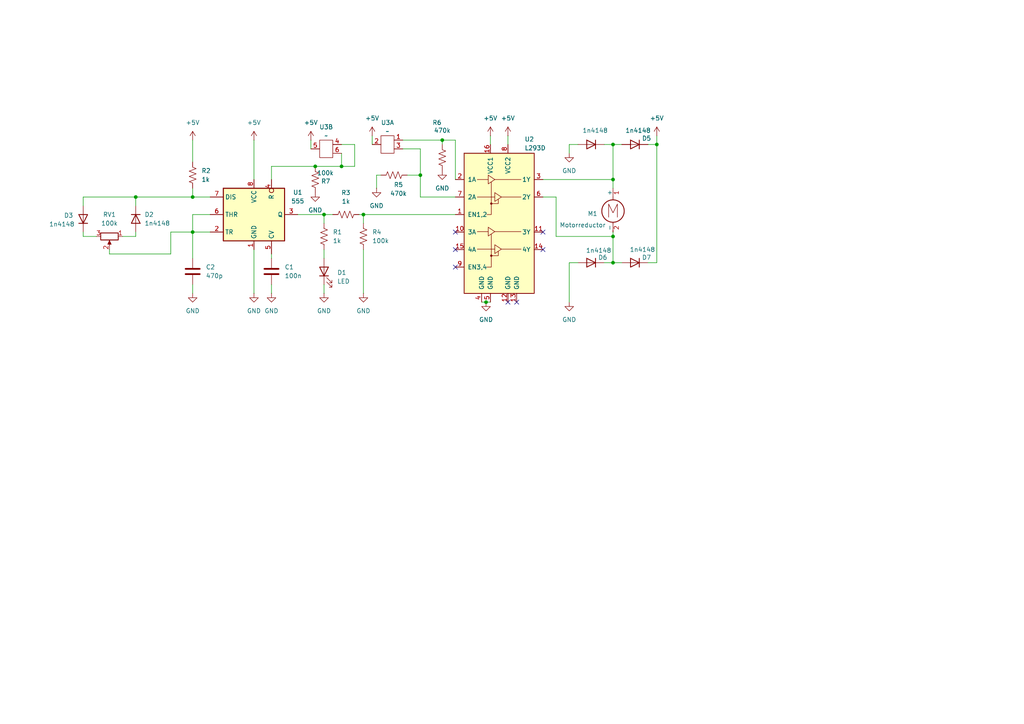
<source format=kicad_sch>
(kicad_sch (version 20250114) (generator "eeschema") (generator_version "9.0")
  (paper "A4")
  (lib_symbols
    (symbol "555_ordenado:555_wellOriented"
      (property "Reference" "U" (at 0 1.27 0))
      (property "Value" "555" (at 0 -0.762 0))
      (symbol "555_wellOriented_0_0"
        (pin power_in line (at 0 10.16 270) (length 2.54) (name "VCC") (number "8"))
        (pin power_in line (at 0 -10.16 90) (length 2.54) (name "GND") (number "1"))
      )
      (symbol "555_wellOriented_0_1"
        (rectangle (start -8.89 -7.62) (end 8.89 7.62) (stroke (width 0.254)) (fill (type background)))
        (rectangle (start -8.89 -7.62) (end 8.89 7.62) (stroke (width 0.254)) (fill (type background)))
      )
      (symbol "555_wellOriented_1_1"
        (pin input line (at -12.7 5.08 0) (length 3.81) (name "DIS") (number "7"))
        (pin input line (at -12.7 0 0) (length 3.81) (name "THR") (number "6"))
        (pin input line (at -12.7 -5.08 0) (length 3.81) (name "TR") (number "2"))
        (pin input inverted (at 5.08 10.16 270) (length 3.81) (name "R") (number "4"))
        (pin input line (at 5.08 -11.43 90) (length 3.81) (name "CV") (number "5"))
        (pin output line (at 12.7 0 180) (length 3.81) (name "Q") (number "3"))
      )
    )
    (symbol "6pdt-library:SW-onoffon-6p"
      (property "Reference" "U" (at 0 0 0))
      (symbol "SW-onoffon-6p_0_1"
        (rectangle (start -1.27 1.27) (end 2.54 -3.81))
      )
      (symbol "SW-onoffon-6p_1_1"
        (pin input line (at -3.81 -1.27 0) (length 2.54) (name "") (number "2"))
        (pin input line (at 5.08 0 180) (length 2.54) (name "") (number "1"))
        (pin input line (at 5.08 -2.54 180) (length 2.54) (name "") (number "3"))
      )
      (symbol "SW-onoffon-6p_2_1"
        (pin input line (at -3.81 -1.27 0) (length 2.54) (name "") (number "5"))
        (pin input line (at 5.08 0 180) (length 2.54) (name "") (number "4"))
        (pin input line (at 5.08 -2.54 180) (length 2.54) (name "") (number "6"))
      )
    )
    (symbol "Device:C" (pin_numbers (hide yes)) (pin_names (offset 0.254))
      (property "Reference" "C" (at 0.635 2.54 0))
      (property "Value" "C" (at 0.635 -2.54 0))
      (symbol "C_0_1"
        (polyline (pts (xy -2.032 0.762) (xy 2.032 0.762)) (stroke (width 0.508)))
        (polyline (pts (xy -2.032 -0.762) (xy 2.032 -0.762)) (stroke (width 0.508)))
      )
      (symbol "C_1_1"
        (pin passive line (at 0 3.81 270) (length 2.794) (name "~") (number "1"))
        (pin passive line (at 0 -3.81 90) (length 2.794) (name "~") (number "2"))
      )
    )
    (symbol "Device:LED" (pin_numbers (hide yes)) (pin_names (offset 1.016) (hide yes))
      (property "Reference" "D" (at 0 2.54 0))
      (property "Value" "LED" (at 0 -2.54 0))
      (symbol "LED_0_1"
        (polyline (pts (xy -3.048 -0.762) (xy -4.572 -2.286) (xy -3.81 -2.286) (xy -4.572 -2.286) (xy -4.572 -1.524)))
        (polyline (pts (xy -1.778 -0.762) (xy -3.302 -2.286) (xy -2.54 -2.286) (xy -3.302 -2.286) (xy -3.302 -1.524)))
        (polyline (pts (xy -1.27 0) (xy 1.27 0)))
        (polyline (pts (xy -1.27 -1.27) (xy -1.27 1.27)) (stroke (width 0.254)))
        (polyline (pts (xy 1.27 -1.27) (xy 1.27 1.27) (xy -1.27 0) (xy 1.27 -1.27)) (stroke (width 0.254)))
      )
      (symbol "LED_1_1"
        (pin passive line (at -3.81 0 0) (length 2.54) (name "K") (number "1"))
        (pin passive line (at 3.81 0 180) (length 2.54) (name "A") (number "2"))
      )
    )
    (symbol "Device:R_Potentiometer" (pin_names (offset 1.016) (hide yes))
      (property "Reference" "RV" (at -4.445 0 90))
      (property "Value" "R_Potentiometer" (at -2.54 0 90))
      (symbol "R_Potentiometer_0_1"
        (rectangle (start 1.016 2.54) (end -1.016 -2.54) (stroke (width 0.254)))
        (polyline (pts (xy 1.143 0) (xy 2.286 0.508) (xy 2.286 -0.508) (xy 1.143 0)) (fill (type outline)))
        (polyline (pts (xy 2.54 0) (xy 1.524 0)))
      )
      (symbol "R_Potentiometer_1_1"
        (pin passive line (at 0 3.81 270) (length 1.27) (name "1") (number "1"))
        (pin passive line (at 0 -3.81 90) (length 1.27) (name "3") (number "3"))
        (pin passive line (at 3.81 0 180) (length 1.27) (name "2") (number "2"))
      )
    )
    (symbol "Device:R_US" (pin_numbers (hide yes)) (pin_names (offset 0))
      (property "Reference" "R" (at 2.54 0 90))
      (property "Value" "R_US" (at -2.54 0 90))
      (symbol "R_US_0_1"
        (polyline (pts (xy 0 2.286) (xy 0 2.54)))
        (polyline (pts (xy 0 2.286) (xy 1.016 1.905) (xy 0 1.524) (xy -1.016 1.143) (xy 0 0.762)))
        (polyline (pts (xy 0 0.762) (xy 1.016 0.381) (xy 0 0) (xy -1.016 -0.381) (xy 0 -0.762)))
        (polyline (pts (xy 0 -0.762) (xy 1.016 -1.143) (xy 0 -1.524) (xy -1.016 -1.905) (xy 0 -2.286)))
        (polyline (pts (xy 0 -2.286) (xy 0 -2.54)))
      )
      (symbol "R_US_1_1"
        (pin passive line (at 0 3.81 270) (length 1.27) (name "~") (number "1"))
        (pin passive line (at 0 -3.81 90) (length 1.27) (name "~") (number "2"))
      )
    )
    (symbol "Diode:1N4148WT" (pin_numbers (hide yes)) (pin_names (hide yes))
      (property "Reference" "D" (at 0 2.54 0))
      (property "Value" "1N4148WT" (at 0 -2.54 0))
      (symbol "1N4148WT_0_1"
        (polyline (pts (xy -1.27 1.27) (xy -1.27 -1.27)) (stroke (width 0.254)))
        (polyline (pts (xy 1.27 1.27) (xy 1.27 -1.27) (xy -1.27 0) (xy 1.27 1.27)) (stroke (width 0.254)))
        (polyline (pts (xy 1.27 0) (xy -1.27 0)))
      )
      (symbol "1N4148WT_1_1"
        (pin passive line (at -3.81 0 0) (length 2.54) (name "K") (number "1"))
        (pin passive line (at 3.81 0 180) (length 2.54) (name "A") (number "2"))
      )
    )
    (symbol "Driver_Motor:L293D" (pin_names (offset 1.016))
      (property "Reference" "U" (at -5.08 26.035 0))
      (property "Value" "L293D" (at -5.08 24.13 0))
      (symbol "L293D_0_1"
        (rectangle (start -10.16 22.86) (end 10.16 -17.78) (stroke (width 0.254)) (fill (type background)))
        (polyline (pts (xy -6.35 15.24) (xy -3.175 15.24)))
        (polyline (pts (xy -6.35 10.16) (xy -1.27 10.16)))
        (polyline (pts (xy -6.35 0.127) (xy -3.175 0.127)))
        (polyline (pts (xy -6.35 -4.953) (xy -1.27 -4.953)))
        (polyline (pts (xy -3.175 16.51) (xy -3.175 13.97) (xy -1.27 15.24) (xy -3.175 16.51)))
        (polyline (pts (xy -3.175 1.397) (xy -3.175 -1.143) (xy -1.27 0.127) (xy -3.175 1.397)))
        (polyline (pts (xy -2.286 14.478) (xy -2.286 5.08) (xy -3.556 5.08)))
        (circle (center -2.286 8.255) (radius 0.254) (fill (type outline)))
        (polyline (pts (xy -2.286 8.255) (xy -0.254 8.255) (xy -0.254 9.525)))
        (polyline (pts (xy -2.286 -0.635) (xy -2.286 -10.16) (xy -3.556 -10.16)))
        (circle (center -2.286 -6.858) (radius 0.254) (fill (type outline)))
        (polyline (pts (xy -2.286 -6.858) (xy -0.254 -6.858) (xy -0.254 -5.588)))
        (polyline (pts (xy -1.27 15.24) (xy 6.35 15.24)))
        (polyline (pts (xy -1.27 11.43) (xy -1.27 8.89) (xy 0.635 10.16) (xy -1.27 11.43)))
        (polyline (pts (xy -1.27 0.127) (xy 6.35 0.127)))
        (polyline (pts (xy -1.27 -3.683) (xy -1.27 -6.223) (xy 0.635 -4.953) (xy -1.27 -3.683)))
        (polyline (pts (xy 0.635 10.16) (xy 6.35 10.16)))
        (polyline (pts (xy 0.635 -4.953) (xy 6.35 -4.953)))
      )
      (symbol "L293D_1_1"
        (pin input line (at -12.7 15.24 0) (length 2.54) (name "1A") (number "2"))
        (pin input line (at -12.7 10.16 0) (length 2.54) (name "2A") (number "7"))
        (pin input line (at -12.7 5.08 0) (length 2.54) (name "EN1,2") (number "1"))
        (pin input line (at -12.7 0 0) (length 2.54) (name "3A") (number "10"))
        (pin input line (at -12.7 -5.08 0) (length 2.54) (name "4A") (number "15"))
        (pin input line (at -12.7 -10.16 0) (length 2.54) (name "EN3,4") (number "9"))
        (pin power_in line (at -5.08 -20.32 90) (length 2.54) (name "GND") (number "4"))
        (pin power_in line (at -2.54 25.4 270) (length 2.54) (name "VCC1") (number "16"))
        (pin power_in line (at -2.54 -20.32 90) (length 2.54) (name "GND") (number "5"))
        (pin power_in line (at 2.54 25.4 270) (length 2.54) (name "VCC2") (number "8"))
        (pin power_in line (at 2.54 -20.32 90) (length 2.54) (name "GND") (number "12"))
        (pin power_in line (at 5.08 -20.32 90) (length 2.54) (name "GND") (number "13"))
        (pin output line (at 12.7 15.24 180) (length 2.54) (name "1Y") (number "3"))
        (pin output line (at 12.7 10.16 180) (length 2.54) (name "2Y") (number "6"))
        (pin output line (at 12.7 0 180) (length 2.54) (name "3Y") (number "11"))
        (pin output line (at 12.7 -5.08 180) (length 2.54) (name "4Y") (number "14"))
      )
    )
    (symbol "Motor:Motor_DC" (pin_names (offset 0))
      (property "Reference" "M" (at 2.54 2.54 0))
      (property "Value" "Motor_DC" (at 2.54 -5.08 0))
      (symbol "Motor_DC_0_0"
        (polyline (pts (xy -1.27 -3.302) (xy -1.27 0.508) (xy 0 -2.032) (xy 1.27 0.508) (xy 1.27 -3.302)))
      )
      (symbol "Motor_DC_0_1"
        (polyline (pts (xy 0 2.032) (xy 0 2.54)))
        (polyline (pts (xy 0 1.7272) (xy 0 2.0828)))
        (circle (center 0 -1.524) (radius 3.2512) (stroke (width 0.254)))
        (polyline (pts (xy 0 -4.7752) (xy 0 -5.1816)))
        (polyline (pts (xy 0 -7.62) (xy 0 -7.112)))
      )
      (symbol "Motor_DC_1_1"
        (pin passive line (at 0 5.08 270) (length 2.54) (name "+") (number "1"))
        (pin passive line (at 0 -7.62 90) (length 2.54) (name "-") (number "2"))
      )
    )
    (symbol "power:+5V" (power) (pin_numbers (hide yes)) (pin_names (offset 0) (hide yes))
      (property "Value" "+5V" (at 0 3.556 0))
      (symbol "+5V_0_1"
        (polyline (pts (xy -0.762 1.27) (xy 0 2.54)))
        (polyline (pts (xy 0 2.54) (xy 0.762 1.27)))
        (polyline (pts (xy 0 0) (xy 0 2.54)))
      )
      (symbol "+5V_1_1"
        (pin power_in line (at 0 0 90) (length 0) (name "~") (number "1"))
      )
    )
    (symbol "power:GND" (power) (pin_numbers (hide yes)) (pin_names (offset 0) (hide yes))
      (property "Value" "GND" (at 0 -3.81 0))
      (symbol "GND_0_1"
        (polyline (pts (xy 0 0) (xy 0 -1.27) (xy 1.27 -1.27) (xy 0 -2.54) (xy -1.27 -1.27) (xy 0 -1.27)))
      )
      (symbol "GND_1_1"
        (pin power_in line (at 0 0 270) (length 0) (name "~") (number "1"))
      )
    )
  )
  (junction (at 105.41 62.23))
  (junction (at 177.8 76.2))
  (junction (at 128.27 40.64))
  (junction (at 55.88 57.15))
  (junction (at 177.8 68.58))
  (junction (at 93.98 62.23))
  (junction (at 177.8 52.07))
  (junction (at 39.37 57.15))
  (junction (at 99.06 48.26))
  (junction (at 55.88 67.31))
  (junction (at 190.5 41.91))
  (junction (at 91.44 48.26))
  (junction (at 121.92 50.8))
  (junction (at 140.97 87.63))
  (junction (at 177.8 41.91))
  (no_connect (at 157.48 72.39))
  (no_connect (at 157.48 67.31))
  (no_connect (at 132.08 67.31))
  (no_connect (at 149.86 87.63))
  (no_connect (at 132.08 72.39))
  (no_connect (at 132.08 77.47))
  (no_connect (at 147.32 87.63))
  (wire (pts (xy 102.87 41.91) (xy 102.87 48.26)))
  (wire (pts (xy 60.96 62.23) (xy 55.88 62.23)))
  (wire (pts (xy 107.95 39.37) (xy 107.95 41.91)))
  (wire (pts (xy 78.74 82.55) (xy 78.74 85.09)))
  (wire (pts (xy 31.75 73.66) (xy 31.75 72.39)))
  (wire (pts (xy 39.37 68.58) (xy 35.56 68.58)))
  (wire (pts (xy 105.41 64.77) (xy 105.41 62.23)))
  (wire (pts (xy 24.13 68.58) (xy 24.13 67.31)))
  (wire (pts (xy 109.22 54.61) (xy 109.22 50.8)))
  (wire (pts (xy 86.36 62.23) (xy 93.98 62.23)))
  (wire (pts (xy 73.66 72.39) (xy 73.66 85.09)))
  (wire (pts (xy 24.13 57.15) (xy 24.13 59.69)))
  (wire (pts (xy 102.87 48.26) (xy 99.06 48.26)))
  (wire (pts (xy 161.29 57.15) (xy 161.29 68.58)))
  (wire (pts (xy 39.37 57.15) (xy 39.37 59.69)))
  (wire (pts (xy 157.48 52.07) (xy 177.8 52.07)))
  (wire (pts (xy 39.37 67.31) (xy 39.37 68.58)))
  (wire (pts (xy 180.34 76.2) (xy 177.8 76.2)))
  (wire (pts (xy 128.27 40.64) (xy 116.84 40.64)))
  (wire (pts (xy 60.96 57.15) (xy 55.88 57.15)))
  (wire (pts (xy 99.06 48.26) (xy 91.44 48.26)))
  (wire (pts (xy 99.06 41.91) (xy 102.87 41.91)))
  (wire (pts (xy 93.98 82.55) (xy 93.98 85.09)))
  (wire (pts (xy 93.98 64.77) (xy 93.98 62.23)))
  (wire (pts (xy 128.27 40.64) (xy 128.27 41.91)))
  (wire (pts (xy 187.96 41.91) (xy 190.5 41.91)))
  (wire (pts (xy 142.24 39.37) (xy 142.24 41.91)))
  (wire (pts (xy 55.88 54.61) (xy 55.88 57.15)))
  (wire (pts (xy 55.88 67.31) (xy 49.53 67.31)))
  (wire (pts (xy 177.8 52.07) (xy 177.8 54.61)))
  (wire (pts (xy 78.74 74.93) (xy 78.74 73.66)))
  (wire (pts (xy 49.53 73.66) (xy 31.75 73.66)))
  (wire (pts (xy 165.1 41.91) (xy 165.1 44.45)))
  (wire (pts (xy 177.8 41.91) (xy 177.8 52.07)))
  (wire (pts (xy 175.26 41.91) (xy 177.8 41.91)))
  (wire (pts (xy 177.8 41.91) (xy 180.34 41.91)))
  (wire (pts (xy 93.98 62.23) (xy 96.52 62.23)))
  (wire (pts (xy 190.5 41.91) (xy 190.5 76.2)))
  (wire (pts (xy 78.74 52.07) (xy 78.74 48.26)))
  (wire (pts (xy 165.1 76.2) (xy 167.64 76.2)))
  (wire (pts (xy 175.26 76.2) (xy 177.8 76.2)))
  (wire (pts (xy 187.96 76.2) (xy 190.5 76.2)))
  (wire (pts (xy 39.37 57.15) (xy 55.88 57.15)))
  (wire (pts (xy 190.5 39.37) (xy 190.5 41.91)))
  (wire (pts (xy 121.92 43.18) (xy 116.84 43.18)))
  (wire (pts (xy 118.11 50.8) (xy 121.92 50.8)))
  (wire (pts (xy 140.97 87.63) (xy 142.24 87.63)))
  (wire (pts (xy 55.88 40.64) (xy 55.88 46.99)))
  (wire (pts (xy 132.08 52.07) (xy 132.08 40.64)))
  (wire (pts (xy 109.22 50.8) (xy 110.49 50.8)))
  (wire (pts (xy 90.17 40.64) (xy 90.17 43.18)))
  (wire (pts (xy 121.92 43.18) (xy 121.92 50.8)))
  (wire (pts (xy 49.53 67.31) (xy 49.53 73.66)))
  (wire (pts (xy 177.8 68.58) (xy 177.8 76.2)))
  (wire (pts (xy 140.97 87.63) (xy 139.7 87.63)))
  (wire (pts (xy 73.66 40.64) (xy 73.66 52.07)))
  (wire (pts (xy 121.92 57.15) (xy 132.08 57.15)))
  (wire (pts (xy 55.88 74.93) (xy 55.88 67.31)))
  (wire (pts (xy 55.88 67.31) (xy 60.96 67.31)))
  (wire (pts (xy 177.8 67.31) (xy 177.8 68.58)))
  (wire (pts (xy 104.14 62.23) (xy 105.41 62.23)))
  (wire (pts (xy 105.41 62.23) (xy 132.08 62.23)))
  (wire (pts (xy 167.64 41.91) (xy 165.1 41.91)))
  (wire (pts (xy 27.94 68.58) (xy 24.13 68.58)))
  (wire (pts (xy 91.44 48.26) (xy 78.74 48.26)))
  (wire (pts (xy 165.1 87.63) (xy 165.1 76.2)))
  (wire (pts (xy 99.06 44.45) (xy 99.06 48.26)))
  (wire (pts (xy 121.92 50.8) (xy 121.92 57.15)))
  (wire (pts (xy 132.08 40.64) (xy 128.27 40.64)))
  (wire (pts (xy 157.48 57.15) (xy 161.29 57.15)))
  (wire (pts (xy 93.98 74.93) (xy 93.98 72.39)))
  (wire (pts (xy 105.41 72.39) (xy 105.41 85.09)))
  (wire (pts (xy 161.29 68.58) (xy 177.8 68.58)))
  (wire (pts (xy 55.88 82.55) (xy 55.88 85.09)))
  (wire (pts (xy 55.88 62.23) (xy 55.88 67.31)))
  (wire (pts (xy 24.13 57.15) (xy 39.37 57.15)))
  (wire (pts (xy 147.32 39.37) (xy 147.32 41.91)))
  (symbol (lib_id "power:+5V") (at 73.66 40.64 0) (unit 1)
    (property "Reference" "#PWR05" (effects (hide yes)))
    (property "Value" "+5V" (at 73.66 35.56 0))
    (property "Description" "Power symbol creates a global label with name \"+5V\"" (effects (hide yes)))
  )
  (symbol (lib_id "Device:R_US") (at 93.98 68.58 0) (unit 1)
    (property "Reference" "R1" (at 96.52 67.3099 0) (effects (justify left)))
    (property "Value" "1k" (at 96.52 69.8499 0) (effects (justify left)))
    (property "Description" "Resistor, US symbol" (effects (hide yes)))
  )
  (symbol (lib_id "power:+5V") (at 90.17 40.64 0) (unit 1)
    (property "Reference" "#PWR016" (effects (hide yes)))
    (property "Value" "+5V" (at 90.17 35.56 0))
    (property "Description" "Power symbol creates a global label with name \"+5V\"" (effects (hide yes)))
  )
  (symbol (lib_id "power:+5V") (at 107.95 39.37 0) (unit 1)
    (property "Reference" "#PWR014" (effects (hide yes)))
    (property "Value" "+5V" (at 107.95 34.29 0))
    (property "Description" "Power symbol creates a global label with name \"+5V\"" (effects (hide yes)))
  )
  (symbol (lib_id "Diode:1N4148WT") (at 184.15 76.2 0) (mirror y) (unit 1)
    (property "Reference" "D7" (at 186.182 74.676 0) (effects (justify right)))
    (property "Value" "1n4148" (at 182.626 72.39 0) (effects (justify right)))
    (property "Footprint" "Diode_SMD:D_SOD-523" (effects (hide yes)))
    (property "Datasheet" "https://www.diodes.com/assets/Datasheets/ds30396.pdf" (effects (hide yes)))
    (property "Description" "75V 0.15A Fast switching Diode, SOD-523" (effects (hide yes)))
    (property "Sim.Device" "D" (effects (hide yes)))
    (property "Sim.Pins" "1=K 2=A" (effects (hide yes)))
  )
  (symbol (lib_id "power:GND") (at 78.74 85.09 0) (unit 1)
    (property "Reference" "#PWR04" (effects (hide yes)))
    (property "Value" "GND" (at 78.74 90.17 0))
    (property "Description" "Power symbol creates a global label with name \"GND\" , ground" (effects (hide yes)))
  )
  (symbol (lib_id "Device:C") (at 55.88 78.74 0) (unit 1)
    (property "Reference" "C2" (at 59.69 77.4699 0) (effects (justify left)))
    (property "Value" "470p" (at 59.69 80.0099 0) (effects (justify left)))
    (property "Description" "Unpolarized capacitor" (effects (hide yes)))
  )
  (symbol (lib_id "Driver_Motor:L293D") (at 144.78 67.31 0) (unit 1)
    (property "Reference" "U2" (at 152.146 40.386 0) (effects (justify left)))
    (property "Value" "L293D" (at 152.146 42.926 0) (effects (justify left)))
    (property "Footprint" "Package_DIP:DIP-16_W7.62mm" (effects (hide yes)))
    (property "Datasheet" "http://www.ti.com/lit/ds/symlink/l293.pdf" (effects (hide yes)))
    (property "Description" "Quadruple Half-H Drivers" (effects (hide yes)))
  )
  (symbol (lib_id "power:GND") (at 165.1 87.63 0) (unit 1)
    (property "Reference" "#PWR010" (effects (hide yes)))
    (property "Value" "GND" (at 165.1 92.71 0))
    (property "Description" "Power symbol creates a global label with name \"GND\" , ground" (effects (hide yes)))
  )
  (symbol (lib_id "6pdt-library:SW-onoffon-6p") (at 111.76 40.64 0) (unit 1)
    (property "Reference" "U3" (at 112.395 35.56 0))
    (property "Value" "~" (at 112.395 38.1 0))
  )
  (symbol (lib_id "Device:LED") (at 93.98 78.74 90) (unit 1)
    (property "Reference" "D1" (at 97.79 79.0574 90) (effects (justify right)))
    (property "Value" "LED" (at 97.79 81.5974 90) (effects (justify right)))
    (property "Description" "Light emitting diode" (effects (hide yes)))
    (property "Sim.Pins" "1=K 2=A" (effects (hide yes)))
  )
  (symbol (lib_id "power:GND") (at 93.98 85.09 0) (unit 1)
    (property "Reference" "#PWR01" (effects (hide yes)))
    (property "Value" "GND" (at 93.98 90.17 0))
    (property "Description" "Power symbol creates a global label with name \"GND\" , ground" (effects (hide yes)))
  )
  (symbol (lib_id "power:GND") (at 165.1 44.45 0) (unit 1)
    (property "Reference" "#PWR017" (effects (hide yes)))
    (property "Value" "GND" (at 165.1 49.53 0))
    (property "Description" "Power symbol creates a global label with name \"GND\" , ground" (effects (hide yes)))
  )
  (symbol (lib_id "Device:C") (at 78.74 78.74 0) (unit 1)
    (property "Reference" "C1" (at 82.55 77.4699 0) (effects (justify left)))
    (property "Value" "100n" (at 82.55 80.0099 0) (effects (justify left)))
    (property "Description" "Unpolarized capacitor" (effects (hide yes)))
  )
  (symbol (lib_id "Diode:1N4148WT") (at 171.45 76.2 0) (mirror y) (unit 1)
    (property "Reference" "D6" (at 173.482 74.676 0) (effects (justify right)))
    (property "Value" "1n4148" (at 169.926 72.644 0) (effects (justify right)))
    (property "Footprint" "Diode_SMD:D_SOD-523" (effects (hide yes)))
    (property "Datasheet" "https://www.diodes.com/assets/Datasheets/ds30396.pdf" (effects (hide yes)))
    (property "Description" "75V 0.15A Fast switching Diode, SOD-523" (effects (hide yes)))
    (property "Sim.Device" "D" (effects (hide yes)))
    (property "Sim.Pins" "1=K 2=A" (effects (hide yes)))
  )
  (symbol (lib_id "Device:R_US") (at 105.41 68.58 0) (unit 1)
    (property "Reference" "R4" (at 107.95 67.3099 0) (effects (justify left)))
    (property "Value" "100k" (at 107.95 69.8499 0) (effects (justify left)))
    (property "Description" "Resistor, US symbol" (effects (hide yes)))
  )
  (symbol (lib_id "power:GND") (at 105.41 85.09 0) (unit 1)
    (property "Reference" "#PWR08" (effects (hide yes)))
    (property "Value" "GND" (at 105.41 90.17 0))
    (property "Description" "Power symbol creates a global label with name \"GND\" , ground" (effects (hide yes)))
  )
  (symbol (lib_id "Device:R_US") (at 55.88 50.8 0) (unit 1)
    (property "Reference" "R2" (at 58.42 49.5299 0) (effects (justify left)))
    (property "Value" "1k" (at 58.42 52.0699 0) (effects (justify left)))
    (property "Description" "Resistor, US symbol" (effects (hide yes)))
  )
  (symbol (lib_id "Diode:1N4148WT") (at 171.45 41.91 0) (mirror y) (unit 1)
    (property "Reference" "D4" (effects (hide yes)))
    (property "Value" "1n4148" (at 168.91 37.846 0) (effects (justify right)))
    (property "Footprint" "Diode_SMD:D_SOD-523" (effects (hide yes)))
    (property "Datasheet" "https://www.diodes.com/assets/Datasheets/ds30396.pdf" (effects (hide yes)))
    (property "Description" "75V 0.15A Fast switching Diode, SOD-523" (effects (hide yes)))
    (property "Sim.Device" "D" (effects (hide yes)))
    (property "Sim.Pins" "1=K 2=A" (effects (hide yes)))
  )
  (symbol (lib_id "power:GND") (at 140.97 87.63 0) (unit 1)
    (property "Reference" "#PWR019" (effects (hide yes)))
    (property "Value" "GND" (at 140.97 92.71 0))
    (property "Description" "Power symbol creates a global label with name \"GND\" , ground" (effects (hide yes)))
  )
  (symbol (lib_id "power:GND") (at 109.22 54.61 0) (unit 1)
    (property "Reference" "#PWR015" (effects (hide yes)))
    (property "Value" "GND" (at 109.22 59.69 0))
    (property "Description" "Power symbol creates a global label with name \"GND\" , ground" (effects (hide yes)))
  )
  (symbol (lib_id "Device:R_Potentiometer") (at 31.75 68.58 270) (unit 1)
    (property "Reference" "RV1" (at 31.75 62.23 90))
    (property "Value" "100k" (at 31.75 64.77 90))
    (property "Description" "Potentiometer" (effects (hide yes)))
  )
  (symbol (lib_id "power:GND") (at 73.66 85.09 0) (unit 1)
    (property "Reference" "#PWR03" (effects (hide yes)))
    (property "Value" "GND" (at 73.66 90.17 0))
    (property "Description" "Power symbol creates a global label with name \"GND\" , ground" (effects (hide yes)))
  )
  (symbol (lib_id "power:GND") (at 91.44 55.88 0) (unit 1)
    (property "Reference" "#PWR018" (effects (hide yes)))
    (property "Value" "GND" (at 91.44 60.96 0))
    (property "Description" "Power symbol creates a global label with name \"GND\" , ground" (effects (hide yes)))
  )
  (symbol (lib_id "Device:R_US") (at 100.33 62.23 90) (unit 1)
    (property "Reference" "R3" (at 100.33 55.88 90))
    (property "Value" "1k" (at 100.33 58.42 90))
    (property "Description" "Resistor, US symbol" (effects (hide yes)))
  )
  (symbol (lib_id "Device:R_US") (at 128.27 45.72 180) (unit 1)
    (property "Reference" "R6" (at 126.746 35.56 0))
    (property "Value" "470k" (at 128.27 37.846 0))
    (property "Description" "Resistor, US symbol" (effects (hide yes)))
  )
  (symbol (lib_id "power:GND") (at 55.88 85.09 0) (unit 1)
    (property "Reference" "#PWR07" (effects (hide yes)))
    (property "Value" "GND" (at 55.88 90.17 0))
    (property "Description" "Power symbol creates a global label with name \"GND\" , ground" (effects (hide yes)))
  )
  (symbol (lib_id "Motor:Motor_DC") (at 177.8 59.69 0) (unit 1)
    (property "Reference" "M1" (at 170.434 61.976 0) (effects (justify left)))
    (property "Value" "Motorreductor" (at 162.306 65.278 0) (effects (justify left)))
    (property "Description" "DC Motor" (effects (hide yes)))
  )
  (symbol (lib_id "6pdt-library:SW-onoffon-6p") (at 93.98 41.91 0) (unit 2)
    (property "Reference" "U3" (at 94.615 36.83 0))
    (property "Value" "~" (at 94.615 39.37 0))
  )
  (symbol (lib_id "Diode:1N4148WT") (at 24.13 63.5 90) (unit 1)
    (property "Reference" "D3" (at 18.542 62.484 90) (effects (justify right)))
    (property "Value" "1n4148" (at 14.224 65.024 90) (effects (justify right)))
    (property "Footprint" "Diode_SMD:D_SOD-523" (effects (hide yes)))
    (property "Datasheet" "https://www.diodes.com/assets/Datasheets/ds30396.pdf" (effects (hide yes)))
    (property "Description" "75V 0.15A Fast switching Diode, SOD-523" (effects (hide yes)))
    (property "Sim.Device" "D" (effects (hide yes)))
    (property "Sim.Pins" "1=K 2=A" (effects (hide yes)))
  )
  (symbol (lib_id "Diode:1N4148WT") (at 184.15 41.91 0) (mirror y) (unit 1)
    (property "Reference" "D5" (at 186.182 40.132 0) (effects (justify right)))
    (property "Value" "1n4148" (at 181.356 37.846 0) (effects (justify right)))
    (property "Footprint" "Diode_SMD:D_SOD-523" (effects (hide yes)))
    (property "Datasheet" "https://www.diodes.com/assets/Datasheets/ds30396.pdf" (effects (hide yes)))
    (property "Description" "75V 0.15A Fast switching Diode, SOD-523" (effects (hide yes)))
    (property "Sim.Device" "D" (effects (hide yes)))
    (property "Sim.Pins" "1=K 2=A" (effects (hide yes)))
  )
  (symbol (lib_id "power:+5V") (at 142.24 39.37 0) (unit 1)
    (property "Reference" "#PWR011" (effects (hide yes)))
    (property "Value" "+5V" (at 142.24 34.29 0))
    (property "Description" "Power symbol creates a global label with name \"+5V\"" (effects (hide yes)))
  )
  (symbol (lib_id "power:+5V") (at 147.32 39.37 0) (unit 1)
    (property "Reference" "#PWR012" (effects (hide yes)))
    (property "Value" "+5V" (at 147.32 34.29 0))
    (property "Description" "Power symbol creates a global label with name \"+5V\"" (effects (hide yes)))
  )
  (symbol (lib_id "Device:R_US") (at 114.3 50.8 90) (unit 1)
    (property "Reference" "R5" (at 115.57 53.594 90))
    (property "Value" "470k" (at 115.57 56.134 90))
    (property "Description" "Resistor, US symbol" (effects (hide yes)))
  )
  (symbol (lib_id "Diode:1N4148WT") (at 39.37 63.5 270) (unit 1)
    (property "Reference" "D2" (at 41.91 62.2299 90) (effects (justify left)))
    (property "Value" "1n4148" (at 41.91 64.7699 90) (effects (justify left)))
    (property "Footprint" "Diode_SMD:D_SOD-523" (effects (hide yes)))
    (property "Datasheet" "https://www.diodes.com/assets/Datasheets/ds30396.pdf" (effects (hide yes)))
    (property "Description" "75V 0.15A Fast switching Diode, SOD-523" (effects (hide yes)))
    (property "Sim.Device" "D" (effects (hide yes)))
    (property "Sim.Pins" "1=K 2=A" (effects (hide yes)))
  )
  (symbol (lib_id "555_ordenado:555_wellOriented") (at 73.66 62.23 0) (unit 1)
    (property "Reference" "U1" (at 86.36 55.8098 0))
    (property "Value" "555" (at 86.36 58.3498 0))
    (property "Footprint" "Package_DIP:DIP-8_W7.62mm_Socket_LongPads" (effects (hide yes)))
  )
  (symbol (lib_id "Device:R_US") (at 91.44 52.07 180) (unit 1)
    (property "Reference" "R7" (at 94.488 52.578 0))
    (property "Value" "100k" (at 94.361 50.165 0))
    (property "Description" "Resistor, US symbol" (effects (hide yes)))
  )
  (symbol (lib_id "power:+5V") (at 190.5 39.37 0) (unit 1)
    (property "Reference" "#PWR013" (effects (hide yes)))
    (property "Value" "+5V" (at 190.5 34.29 0))
    (property "Description" "Power symbol creates a global label with name \"+5V\"" (effects (hide yes)))
  )
  (symbol (lib_id "power:GND") (at 128.27 49.53 0) (unit 1)
    (property "Reference" "#PWR09" (effects (hide yes)))
    (property "Value" "GND" (at 128.27 54.61 0))
    (property "Description" "Power symbol creates a global label with name \"GND\" , ground" (effects (hide yes)))
  )
  (symbol (lib_id "power:+5V") (at 55.88 40.64 0) (unit 1)
    (property "Reference" "#PWR06" (effects (hide yes)))
    (property "Value" "+5V" (at 55.88 35.56 0))
    (property "Description" "Power symbol creates a global label with name \"+5V\"" (effects (hide yes)))
  )
)
</source>
